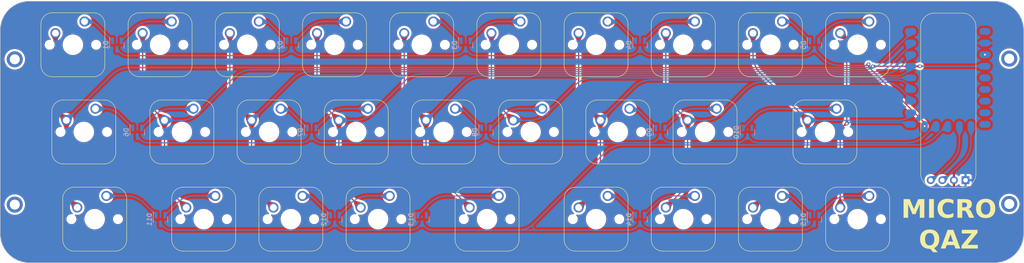
<source format=kicad_pcb>
(kicad_pcb (version 20221018) (generator pcbnew)
  (layers (0 "F.Cu" signal) (31 "B.Cu" signal) (34 "B.Paste" user) (35 "F.Paste" user) (36 "B.SilkS" user "B.Silkscreen") (37 "F.SilkS" user "F.Silkscreen") (38 "B.Mask" user) (39 "F.Mask" user) (44 "Edge.Cuts" user))
  (net 0 "")
  (net 1 "Net-(D1-A-Pad1)")
  (net 2 "Net-(D1-A-Pad2)")
  (net 3 "r0")
  (net 4 "Net-(D2-A-Pad1)")
  (net 5 "Net-(D2-A-Pad2)")
  (net 6 "Net-(D3-A-Pad1)")
  (net 7 "Net-(D3-A-Pad2)")
  (net 8 "Net-(D4-A-Pad1)")
  (net 9 "Net-(D4-A-Pad2)")
  (net 10 "Net-(D5-A-Pad1)")
  (net 11 "Net-(D5-A-Pad2)")
  (net 12 "Net-(D6-A-Pad1)")
  (net 13 "Net-(D6-A-Pad2)")
  (net 14 "r1")
  (net 15 "Net-(D7-A-Pad1)")
  (net 16 "Net-(D7-A-Pad2)")
  (net 17 "Net-(D8-A-Pad1)")
  (net 18 "Net-(D8-A-Pad2)")
  (net 19 "Net-(D9-A-Pad1)")
  (net 20 "Net-(D9-A-Pad2)")
  (net 21 "Net-(D10-A-Pad1)")
  (net 23 "Net-(D11-A-Pad1)")
  (net 24 "Net-(D11-A-Pad2)")
  (net 25 "r2")
  (net 26 "Net-(D12-A-Pad1)")
  (net 27 "Net-(D12-A-Pad2)")
  (net 28 "Net-(D13-A-Pad1)")
  (net 30 "Net-(D14-A-Pad1)")
  (net 31 "Net-(D15-A-Pad1)")
  (net 32 "Net-(D15-A-Pad2)")
  (net 33 "c0")
  (net 34 "c1")
  (net 35 "c2")
  (net 36 "c3")
  (net 37 "c4")
  (net 38 "c5")
  (net 39 "c6")
  (net 40 "c7")
  (net 41 "c8")
  (net 42 "c9")
  (net 43 "Net-(D14-A-Pad2)")
  (net 50 "scl")
  (net 51 "sda")
  (net 52 "+3.3V")
  (net 53 "GND")
  (footprint "MCU:SW_Cherry_MX_1.00u_PCB_fixed" (layer "F.Cu") (at 159.7025 70.739)
    (fp_text reference "SW24" hide)
    (fp_text value "SW_Push")
  )
  (footprint "MCU:SW_Cherry_MX_1.00u_PCB_fixed" (layer "F.Cu") (at 71.59625 51.689)
    (fp_text reference "SW11" hide)
    (fp_text value "SW_Push")
  )
  (footprint "MCU:SW_Cherry_MX_1.00u_PCB_fixed" (layer "F.Cu") (at 221.615 70.739)
    (fp_text reference "SW27" hide)
    (fp_text value "SW_Push")
  )
  (footprint "MCU:SW_Cherry_MX_1.00u_PCB_fixed" (layer "F.Cu") (at 233.52125 51.689)
    (fp_text reference "SW19" hide)
    (fp_text value "SW_Push")
  )
  (footprint "MCU:SW_Cherry_MX_1.00u_PCB_fixed" (layer "F.Cu") (at 97.79 70.739)
    (fp_text reference "SW21" hide)
    (fp_text value "SW_Push")
  )
  (footprint "MountingHole:MountingHole_2.2mm_M2_ISO7380_Pad" (layer "F.Cu") (at 271.25 72.5)
    (fp_text reference "REF**" hide)
    (fp_text value "MountingHole_2.2mm_M2_ISO7380_Pad" hide)
  )
  (footprint "MCU:SW_Cherry_MX_1.00u_PCB_fixed" (layer "F.Cu") (at 145.415 32.639)
    (fp_text reference "SW5" hide)
    (fp_text value "SW_Push")
  )
  (footprint "MCU:SW_Cherry_MX_1.00u_PCB_fixed" (layer "F.Cu") (at 183.515 32.639)
    (fp_text reference "SW7" hide)
    (fp_text value "SW_Push")
  )
  (footprint "MountingHole:MountingHole_2.2mm_M2_ISO7380_Pad" (layer "F.Cu") (at 53.975 72.644)
    (fp_text reference "REF**" hide)
    (fp_text value "MountingHole_2.2mm_M2_ISO7380_Pad" hide)
  )
  (footprint "MCU:SW_Cherry_MX_1.00u_PCB_fixed" (layer "F.Cu") (at 69.215 32.639)
    (fp_text reference "SW1" hide)
    (fp_text value "SW_Push")
  )
  (footprint "MCU:SW_Cherry_MX_1.00u_PCB_fixed" (layer "F.Cu") (at 202.565 70.739)
    (fp_text reference "SW26" hide)
    (fp_text value "SW_Push")
  )
  (footprint "MCU:SW_Cherry_MX_1.00u_PCB_fixed" (layer "F.Cu") (at 221.615 32.639)
    (fp_text reference "SW9" hide)
    (fp_text value "SW_Push")
  )
  (footprint "MCU:SW_Cherry_MX_1.00u_PCB_fixed" (layer "F.Cu") (at 207.3275 51.689)
    (fp_text reference "SW18" hide)
    (fp_text value "SW_Push")
  )
  (footprint "MCU:SW_Cherry_MX_1.00u_PCB_fixed" (layer "F.Cu") (at 112.0775 51.689)
    (fp_text reference "SW13" hide)
    (fp_text value "SW_Push")
  )
  (footprint "MCU:SW_Cherry_MX_1.00u_PCB_fixed" (layer "F.Cu") (at 88.265 32.639)
    (fp_text reference "SW2" hide)
    (fp_text value "SW_Push")
  )
  (footprint "MCU:SW_Cherry_MX_1.00u_PCB_fixed" (layer "F.Cu") (at 93.0275 51.689)
    (fp_text reference "SW12" hide)
    (fp_text value "SW_Push")
  )
  (footprint "MCU:SW_Cherry_MX_1.00u_PCB_fixed" (layer "F.Cu") (at 73.9775 70.739)
    (fp_text reference "SW20" hide)
    (fp_text value "SW_Push")
  )
  (footprint "MCU:SW_Cherry_MX_1.00u_PCB_fixed" (layer "F.Cu") (at 188.2775 51.689)
    (fp_text reference "SW17" hide)
    (fp_text value "SW_Push")
  )
  (footprint "MCU:OLED-128x32" (layer "F.Cu") (at 251.905 68.905 90)
    (fp_text reference "J1" hide)
    (fp_text value "OLED-128x32")
  )
  (footprint "MCU:SW_Cherry_MX_1.00u_PCB_fixed" (layer "F.Cu") (at 240.665 70.739)
    (fp_text reference "SW28" hide)
    (fp_text value "SW_Push")
  )
  (footprint "MCU:SW_Cherry_MX_1.00u_PCB_fixed" (layer "F.Cu") (at 240.665 32.639)
    (fp_text reference "SW10" hide)
    (fp_text value "SW_Push")
  )
  (footprint "MCU:SW_Cherry_MX_1.00u_PCB_fixed" (layer "F.Cu") (at 164.465 32.639)
    (fp_text reference "SW6" hide)
    (fp_text value "SW_Push")
  )
  (footprint "MountingHole:MountingHole_2.2mm_M2_ISO7380_Pad" (layer "F.Cu") (at 53.975 40.894)
    (fp_text reference "REF**" hide)
    (fp_text value "MountingHole_2.2mm_M2_ISO7380_Pad" hide)
  )
  (footprint "MCU:SW_Cherry_MX_1.00u_PCB_fixed" (layer "F.Cu") (at 169.2275 51.689)
    (fp_text reference "SW16" hide)
    (fp_text value "SW_Push")
  )
  (footprint "MCU:SW_Cherry_MX_1.00u_PCB_fixed" (layer "F.Cu") (at 131.1275 51.689)
    (fp_text reference "SW14" hide)
    (fp_text value "SW_Push")
  )
  (footprint "MountingHole:MountingHole_2.2mm_M2_ISO7380_Pad" (layer "F.Cu") (at 271.25 40.75)
    (fp_text reference "REF**" hide)
    (fp_text value "MountingHole_2.2mm_M2_ISO7380_Pad" hide)
  )
  (footprint "MCU:SW_Cherry_MX_1.00u_PCB_fixed" (layer "F.Cu") (at 116.84 70.739)
    (fp_text reference "SW22" hide)
    (fp_text value "SW_Push")
  )
  (footprint "MCU:SW_Cherry_MX_1.00u_PCB_fixed" (layer "F.Cu") (at 135.89 70.739)
    (fp_text reference "SW23" hide)
    (fp_text value "SW_Push")
  )
  (footprint "MCU:SW_Cherry_MX_1.00u_PCB_fixed" (layer "F.Cu") (at 107.315 32.639)
    (fp_text reference "SW3" hide)
    (fp_text value "SW_Push")
  )
  (footprint "MCU:SW_Cherry_MX_1.00u_PCB_fixed" (layer "F.Cu") (at 126.365 32.639)
    (fp_text reference "SW4" hide)
    (fp_text value "SW_Push")
  )
  (footprint "MCU:SW_Cherry_MX_1.00u_PCB_fixed" (layer "F.Cu") (at 202.565 32.639)
    (fp_text reference "SW8" hide)
    (fp_text value "SW_Push")
  )
  (footprint "MCU:SW_Cherry_MX_1.00u_PCB_fixed" (layer "F.Cu") (at 150.1775 51.689)
    (fp_text reference "SW15" hide)
    (fp_text value "SW_Push")
  )
  (footprint "MCU:SW_Cherry_MX_1.00u_PCB_fixed" (layer "F.Cu") (at 183.515 70.739)
    (fp_text reference "SW25" hide)
    (fp_text value "SW_Push")
  )
  (footprint "Package_TO_SOT_SMD:SOT-23" (layer "B.Cu") (at 118.83 56.8365 -90)
    (fp_text reference "D7")
    (fp_text value "BAV70")
  )
  (footprint "Package_TO_SOT_SMD:SOT-23" (layer "B.Cu") (at 142.955 75.8865 -90)
    (fp_text reference "D13")
    (fp_text value "BAV70")
  )
  (footprint "Package_TO_SOT_SMD:SOT-23" (layer "B.Cu") (at 114.38 37.7865 -90)
    (fp_text reference "D2")
    (fp_text value "BAV70")
  )
  (footprint "Package_TO_SOT_SMD:SOT-23" (layer "B.Cu") (at 123.905 75.8865 -90)
    (fp_text reference "D12")
    (fp_text value "BAV70")
  )
  (footprint "Package_TO_SOT_SMD:SOT-23" (layer "B.Cu") (at 190.585 75.8865 -90)
    (fp_text reference "D14")
    (fp_text value "BAV70")
  )
  (footprint "Package_TO_SOT_SMD:SOT-23" (layer "B.Cu") (at 156.93 56.8365 -90)
    (fp_text reference "D8")
    (fp_text value "BAV70")
  )
  (footprint "Package_TO_SOT_SMD:SOT-23" (layer "B.Cu") (at 214.075 56.8365 -90)
    (fp_text reference "D10")
    (fp_text value "BAV70")
  )
  (footprint "Package_TO_SOT_SMD:SOT-23" (layer "B.Cu") (at 228.685 75.8865 -90)
    (fp_text reference "D15")
    (fp_text value "BAV70")
  )
  (footprint "Package_TO_SOT_SMD:SOT-23" (layer "B.Cu") (at 228.685 37.7865 -90)
    (fp_text reference "D5")
    (fp_text value "BAV70")
  )
  (footprint "Package_TO_SOT_SMD:SOT-23" (layer "B.Cu") (at 80.73 56.8365 -90)
    (fp_text reference "D6")
    (fp_text value "BAV70")
  )
  (footprint "Package_TO_SOT_SMD:SOT-23" (layer "B.Cu") (at 76.28 37.7865 -90)
    (fp_text reference "D1")
    (fp_text value "BAV70")
  )
  (footprint "MCU:rp2040-zero-smd" (layer "B.Cu") (at 257.81 44.958 180)
    (fp_text reference "U1" hide)
    (fp_text value "rp2040-zero" hide)
  )
  (footprint "Package_TO_SOT_SMD:SOT-23" (layer "B.Cu") (at 195.03 56.8365 -90)
    (fp_text reference "D9")
    (fp_text value "BAV70")
  )
  (footprint "Package_TO_SOT_SMD:SOT-23" (layer "B.Cu") (at 85.805 75.8865 -90)
    (fp_text reference "D11")
    (fp_text value "BAV70")
  )
  (footprint "Package_TO_SOT_SMD:SOT-23" (layer "B.Cu") (at 190.585 37.7865 -90)
    (fp_text reference "D4")
    (fp_text value "BAV70")
  )
  (footprint "Package_TO_SOT_SMD:SOT-23" (layer "B.Cu") (at 152.485 37.7865 -90)
    (fp_text reference "D3")
    (fp_text value "BAV70")
  )
  (gr_line (start 274.401872 34.544) (end 274.401872 78.994) (stroke (width 0.1)) (layer "Edge.Cuts"))
  (gr_arc (start 57.15 85.344) (mid 52.659872 83.484128) (end 50.8 78.994) (stroke (width 0.1)) (layer "Edge.Cuts"))
  (gr_arc (start 268.051872 28.194) (mid 272.542018 30.053862) (end 274.401872 34.544) (stroke (width 0.1)) (layer "Edge.Cuts"))
  (gr_line (start 50.8 78.994) (end 50.8 34.544) (stroke (width 0.1)) (layer "Edge.Cuts"))
  (gr_line (start 57.15 28.194) (end 268.051872 28.194) (stroke (width 0.1)) (layer "Edge.Cuts"))
  (gr_arc (start 50.8 34.544) (mid 52.659872 30.053872) (end 57.15 28.194) (stroke (width 0.1)) (layer "Edge.Cuts"))
  (gr_arc (start 274.401872 78.994) (mid 272.541998 83.484118) (end 268.051872 85.344) (stroke (width 0.1)) (layer "Edge.Cuts"))
  (gr_line (start 268.051872 85.344) (end 57.15 85.344) (stroke (width 0.1)) (layer "Edge.Cuts"))
  (gr_text "MICRO\nQAZ" (at 258.064 77.216) (layer "F.SilkS") (effects (font (size 4 4) (thickness 0.5) bold)))
  (segment (start 71.793519 33.312519) (end 75.33 36.849) (width 0.25) (layer "B.Cu") (net 1))
  (segment (start 70.1675 32.639) (end 69.215 32.639) (width 0.25) (layer "B.Cu") (net 1))
  (arc (start 71.793519 33.312519) (mid 71.047495 32.814041) (end 70.1675 32.639) (width 0.25) (layer "B.Cu") (net 1))
  (segment (start 83.693963 32.639) (end 88.265 32.639) (width 0.25) (layer "B.Cu") (net 2))
  (segment (start 79.846207 34.232792) (end 77.23 36.849) (width 0.25) (layer "B.Cu") (net 2))
  (arc (start 83.693963 32.639) (mid 81.611572 33.053213) (end 79.846207 34.232792) (width 0.25) (layer "B.Cu") (net 2))
  (segment (start 252.75 55.5) (end 252.75 55.143052) (width 0.25) (layer "F.Cu") (net 3))
  (segment (start 240.695375 42.731479) (end 252.497599 54.533703) (width 0.25) (layer "F.Cu") (net 3))
  (segment (start 240.5 42.259802) (end 240.5 41.9835) (width 0.25) (layer "F.Cu") (net 3))
  (via (at 240.5 41.9835) (size 0.8) (drill 0.4) (layers "F.Cu" "B.Cu") (net 3))
  (via (at 252.75 55.5) (size 0.8) (drill 0.4) (layers "F.Cu" "B.Cu") (net 3))
  (arc (start 252.497599 54.533703) (mid 252.684403 54.813274) (end 252.75 55.143052) (width 0.25) (layer "F.Cu") (net 3))
  (arc (start 240.5 42.259802) (mid 240.550776 42.515071) (end 240.695375 42.731479) (width 0.25) (layer "F.Cu") (net 3))
  (segment (start 114.38 38.724) (end 113.695 39.409) (width 0.25) (layer "B.Cu") (net 3))
  (segment (start 228.759599 39.009599) (end 230.414207 40.664207) (width 0.25) (layer "B.Cu") (net 3))
  (segment (start 154.823736 40.094) (end 188.246263 40.094) (width 0.25) (layer "B.Cu") (net 3))
  (segment (start 76.965 39.409) (end 76.28 38.724) (width 0.25) (layer "B.Cu") (net 3))
  (segment (start 192.923736 40.094) (end 226.346263 40.094) (width 0.25) (layer "B.Cu") (net 3))
  (segment (start 114.38 38.724) (end 115.065 39.409) (width 0.25) (layer "B.Cu") (net 3))
  (segment (start 151.8 39.409) (end 152.485 38.724) (width 0.25) (layer "B.Cu") (net 3))
  (segment (start 190.585 38.724) (end 191.27 39.409) (width 0.25) (layer "B.Cu") (net 3))
  (segment (start 240.031399 42.258) (end 234.261963 42.258) (width 0.25) (layer "B.Cu") (net 3))
  (segment (start 228.6104 38.798599) (end 228 39.409) (width 0.25) (layer "B.Cu") (net 3))
  (segment (start 190.585 38.724) (end 189.9 39.409) (width 0.25) (layer "B.Cu") (net 3))
  (segment (start 150.146263 40.094) (end 116.718736 40.094) (width 0.25) (layer "B.Cu") (net 3))
  (segment (start 153.17 39.409) (end 152.485 38.724) (width 0.25) (layer "B.Cu") (net 3))
  (segment (start 78.618736 40.094) (end 112.041263 40.094) (width 0.25) (layer "B.Cu") (net 3))
  (segment (start 240.36275 42.12075) (end 240.5 41.9835) (width 0.25) (layer "B.Cu") (net 3))
  (arc (start 230.414207 40.664207) (mid 232.179572 41.843786) (end 234.261963 42.258) (width 0.25) (layer "B.Cu") (net 3))
  (arc (start 189.9 39.409) (mid 189.141259 39.915974) (end 188.246263 40.094) (width 0.25) (layer "B.Cu") (net 3))
  (arc (start 153.17 39.409) (mid 153.92874 39.915974) (end 154.823736 40.094) (width 0.25) (layer "B.Cu") (net 3))
  (arc (start 76.965 39.409) (mid 77.72374 39.915974) (end 78.618736 40.094) (width 0.25) (layer "B.Cu") (net 3))
  (arc (start 151.8 39.409) (mid 151.041259 39.915974) (end 150.146263 40.094) (width 0.25) (layer "B.Cu") (net 3))
  (arc (start 113.695 39.409) (mid 112.936259 39.915974) (end 112.041263 40.094) (width 0.25) (layer "B.Cu") (net 3))
  (arc (start 240.36275 42.12075) (mid 240.210724 42.222329) (end 240.031399 42.258) (width 0.25) (layer "B.Cu") (net 3))
  (arc (start 228 39.409) (mid 227.241259 39.915974) (end 226.346263 40.094) (width 0.25) (layer "B.Cu") (net 3))
  (arc (start 228.685 38.8295) (mid 228.704387 38.926969) (end 228.759599 39.009599) (width 0.25) (layer "B.Cu") (net 3))
  (arc (start 115.065 39.409) (mid 115.82374 39.915974) (end 116.718736 40.094) (width 0.25) (layer "B.Cu") (net 3))
  (arc (start 191.27 39.409) (mid 192.02874 39.915974) (end 192.923736 40.094) (width 0.25) (layer "B.Cu") (net 3))
  (arc (start 228.685 38.8295) (mid 228.658023 38.789126) (end 228.6104 38.798599) (width 0.25) (layer "B.Cu") (net 3))
  (segment (start 108.2675 32.639) (end 107.315 32.639) (width 0.25) (layer "B.Cu") (net 4))
  (segment (start 109.893519 33.312519) (end 113.43 36.849) (width 0.25) (layer "B.Cu") (net 4))
  (arc (start 109.893519 33.312519) (mid 109.147495 32.814041) (end 108.2675 32.639) (width 0.25) (layer "B.Cu") (net 4))
  (segment (start 117.946207 34.232792) (end 115.33 36.849) (width 0.25) (layer "B.Cu") (net 5))
  (segment (start 121.793963 32.639) (end 126.365 32.639) (width 0.25) (layer "B.Cu") (net 5))
  (arc (start 121.793963 32.639) (mid 119.711572 33.053213) (end 117.946207 34.232792) (width 0.25) (layer "B.Cu") (net 5))
  (segment (start 146.37 32.639) (end 145.415 32.639) (width 0.25) (layer "B.Cu") (net 6))
  (segment (start 148.000286 33.314286) (end 151.535 36.849) (width 0.25) (layer "B.Cu") (net 6))
  (arc (start 148.000286 33.314286) (mid 147.252304 32.814501) (end 146.37 32.639) (width 0.25) (layer "B.Cu") (net 6))
  (segment (start 156.051207 34.232792) (end 153.435 36.849) (width 0.25) (layer "B.Cu") (net 7))
  (segment (start 159.898963 32.639) (end 164.465 32.639) (width 0.25) (layer "B.Cu") (net 7))
  (arc (start 159.898963 32.639) (mid 157.816572 33.053213) (end 156.051207 34.232792) (width 0.25) (layer "B.Cu") (net 7))
  (segment (start 184.47 32.639) (end 183.515 32.639) (width 0.25) (layer "B.Cu") (net 8))
  (segment (start 186.100286 33.314286) (end 189.635 36.849) (width 0.25) (layer "B.Cu") (net 8))
  (arc (start 186.100286 33.314286) (mid 185.352304 32.814501) (end 184.47 32.639) (width 0.25) (layer "B.Cu") (net 8))
  (segment (start 194.151207 34.232792) (end 191.535 36.849) (width 0.25) (layer "B.Cu") (net 9))
  (segment (start 197.998963 32.639) (end 202.565 32.639) (width 0.25) (layer "B.Cu") (net 9))
  (arc (start 197.998963 32.639) (mid 195.916572 33.053213) (end 194.151207 34.232792) (width 0.25) (layer "B.Cu") (net 9))
  (segment (start 224.200286 33.314286) (end 227.735 36.849) (width 0.25) (layer "B.Cu") (net 10))
  (segment (start 222.57 32.639) (end 221.615 32.639) (width 0.25) (layer "B.Cu") (net 10))
  (arc (start 224.200286 33.314286) (mid 223.452304 32.814501) (end 222.57 32.639) (width 0.25) (layer "B.Cu") (net 10))
  (segment (start 235.463963 32.639) (end 240.665 32.639) (width 0.25) (layer "B.Cu") (net 11))
  (segment (start 229.635 36.5315) (end 229.635 36.849) (width 0.25) (layer "B.Cu") (net 11))
  (segment (start 231.616206 34.232792) (end 229.859506 35.989493) (width 0.25) (layer "B.Cu") (net 11))
  (arc (start 235.463963 32.639) (mid 233.381572 33.053213) (end 231.616206 34.232792) (width 0.25) (layer "B.Cu") (net 11))
  (arc (start 229.859506 35.989493) (mid 229.693347 36.238168) (end 229.635 36.5315) (width 0.25) (layer "B.Cu") (net 11))
  (segment (start 76.974932 53.093932) (end 79.78 55.899) (width 0.25) (layer "B.Cu") (net 12))
  (segment (start 73.583125 51.689) (end 71.59625 51.689) (width 0.25) (layer "B.Cu") (net 12))
  (arc (start 76.974932 53.093932) (mid 75.418757 52.054129) (end 73.583125 51.689) (width 0.25) (layer "B.Cu") (net 12))
  (segment (start 88.143963 51.689) (end 93.0275 51.689) (width 0.25) (layer "B.Cu") (net 13))
  (segment (start 84.296207 53.282792) (end 81.68 55.899) (width 0.25) (layer "B.Cu") (net 13))
  (arc (start 88.143963 51.689) (mid 86.061572 52.103213) (end 84.296207 53.282792) (width 0.25) (layer "B.Cu") (net 13))
  (segment (start 213.39 58.459) (end 214.075 57.774) (width 0.25) (layer "B.Cu") (net 14))
  (segment (start 248.990036 59.144) (end 216.413736 59.144) (width 0.25) (layer "B.Cu") (net 14))
  (segment (start 214.76 58.459) (end 214.075 57.774) (width 0.25) (layer "B.Cu") (net 14))
  (segment (start 118.145 58.459) (end 118.83 57.774) (width 0.25) (layer "B.Cu") (net 14))
  (segment (start 156.245 58.459) (end 156.93 57.774) (width 0.25) (layer "B.Cu") (net 14))
  (segment (start 81.415 58.459) (end 80.73 57.774) (width 0.25) (layer "B.Cu") (net 14))
  (segment (start 119.515 58.459) (end 118.83 57.774) (width 0.25) (layer "B.Cu") (net 14))
  (segment (start 194.345 58.459) (end 195.03 57.774) (width 0.25) (layer "B.Cu") (net 14))
  (segment (start 157.615 58.459) (end 156.93 57.774) (width 0.25) (layer "B.Cu") (net 14))
  (segment (start 116.491263 59.144) (end 83.068736 59.144) (width 0.25) (layer "B.Cu") (net 14))
  (segment (start 192.691263 59.144) (end 159.268736 59.144) (width 0.25) (layer "B.Cu") (net 14))
  (segment (start 195.715 58.459) (end 195.03 57.774) (width 0.25) (layer "B.Cu") (net 14))
  (segment (start 121.168736 59.144) (end 154.591263 59.144) (width 0.25) (layer "B.Cu") (net 14))
  (segment (start 197.368736 59.144) (end 211.736263 59.144) (width 0.25) (layer "B.Cu") (net 14))
  (segment (start 252.837792 57.550207) (end 255.27 55.118) (width 0.25) (layer "B.Cu") (net 14))
  (arc (start 195.715 58.459) (mid 196.47374 58.965974) (end 197.368736 59.144) (width 0.25) (layer "B.Cu") (net 14))
  (arc (start 252.837792 57.550207) (mid 251.072426 58.729786) (end 248.990036 59.144) (width 0.25) (layer "B.Cu") (net 14))
  (arc (start 81.415 58.459) (mid 82.17374 58.965974) (end 83.068736 59.144) (width 0.25) (layer "B.Cu") (net 14))
  (arc (start 157.615 58.459) (mid 158.37374 58.965974) (end 159.268736 59.144) (width 0.25) (layer "B.Cu") (net 14))
  (arc (start 214.76 58.459) (mid 215.51874 58.965974) (end 216.413736 59.144) (width 0.25) (layer "B.Cu") (net 14))
  (arc (start 194.345 58.459) (mid 193.586259 58.965974) (end 192.691263 59.144) (width 0.25) (layer "B.Cu") (net 14))
  (arc (start 118.145 58.459) (mid 117.386259 58.965974) (end 116.491263 59.144) (width 0.25) (layer "B.Cu") (net 14))
  (arc (start 156.245 58.459) (mid 155.486259 58.965974) (end 154.591263 59.144) (width 0.25) (layer "B.Cu") (net 14))
  (arc (start 213.39 58.459) (mid 212.631259 58.965974) (end 211.736263 59.144) (width 0.25) (layer "B.Cu") (net 14))
  (arc (start 119.515 58.459) (mid 120.27374 58.965974) (end 121.168736 59.144) (width 0.25) (layer "B.Cu") (net 14))
  (segment (start 114.233033 52.252033) (end 117.88 55.899) (width 0.25) (layer "B.Cu") (net 15))
  (segment (start 112.87375 51.689) (end 112.0775 51.689) (width 0.25) (layer "B.Cu") (net 15))
  (arc (start 114.233033 52.252033) (mid 113.609388 51.835327) (end 112.87375 51.689) (width 0.25) (layer "B.Cu") (net 15))
  (segment (start 126.243963 51.689) (end 131.1275 51.689) (width 0.25) (layer "B.Cu") (net 16))
  (segment (start 122.396207 53.282792) (end 119.78 55.899) (width 0.25) (layer "B.Cu") (net 16))
  (arc (start 126.243963 51.689) (mid 124.161572 52.103213) (end 122.396207 53.282792) (width 0.25) (layer "B.Cu") (net 16))
  (segment (start 150.97375 51.689) (end 150.1775 51.689) (width 0.25) (layer "B.Cu") (net 17))
  (segment (start 152.333033 52.252033) (end 155.98 55.899) (width 0.25) (layer "B.Cu") (net 17))
  (arc (start 152.333033 52.252033) (mid 151.709388 51.835327) (end 150.97375 51.689) (width 0.25) (layer "B.Cu") (net 17))
  (segment (start 164.343963 51.689) (end 169.2275 51.689) (width 0.25) (layer "B.Cu") (net 18))
  (segment (start 160.496207 53.282792) (end 157.88 55.899) (width 0.25) (layer "B.Cu") (net 18))
  (arc (start 164.343963 51.689) (mid 162.261572 52.103213) (end 160.496207 53.282792) (width 0.25) (layer "B.Cu") (net 18))
  (segment (start 190.433033 52.252033) (end 194.08 55.899) (width 0.25) (layer "B.Cu") (net 19))
  (segment (start 189.07375 51.689) (end 188.2775 51.689) (width 0.25) (layer "B.Cu") (net 19))
  (arc (start 190.433033 52.252033) (mid 189.809388 51.835327) (end 189.07375 51.689) (width 0.25) (layer "B.Cu") (net 19))
  (segment (start 202.443963 51.689) (end 207.3275 51.689) (width 0.25) (layer "B.Cu") (net 20))
  (segment (start 198.596207 53.282792) (end 195.98 55.899) (width 0.25) (layer "B.Cu") (net 20))
  (arc (start 202.443963 51.689) (mid 200.361572 52.103213) (end 198.596207 53.282792) (width 0.25) (layer "B.Cu") (net 20))
  (segment (start 219.588963 51.689) (end 233.52125 51.689) (width 0.25) (layer "B.Cu") (net 21))
  (segment (start 215.741207 53.282792) (end 213.125 55.899) (width 0.25) (layer "B.Cu") (net 21))
  (arc (start 219.588963 51.689) (mid 217.506572 52.103213) (end 215.741207 53.282792) (width 0.25) (layer "B.Cu") (net 21))
  (segment (start 78.391036 70.739) (end 73.9775 70.739) (width 0.25) (layer "B.Cu") (net 23))
  (segment (start 82.238792 72.332792) (end 84.855 74.949) (width 0.25) (layer "B.Cu") (net 23))
  (arc (start 82.238792 72.332792) (mid 80.473426 71.153213) (end 78.391036 70.739) (width 0.25) (layer "B.Cu") (net 23))
  (segment (start 89.371207 72.332792) (end 86.755 74.949) (width 0.25) (layer "B.Cu") (net 24))
  (segment (start 93.218963 70.739) (end 97.79 70.739) (width 0.25) (layer "B.Cu") (net 24))
  (arc (start 93.218963 70.739) (mid 91.136572 71.153213) (end 89.371207 72.332792) (width 0.25) (layer "B.Cu") (net 24))
  (segment (start 190.585 76.824) (end 191.27 77.509) (width 0.25) (layer "B.Cu") (net 25))
  (segment (start 228 77.509) (end 228.685 76.824) (width 0.25) (layer "B.Cu") (net 25))
  (segment (start 123.905 76.824) (end 123.22 77.509) (width 0.25) (layer "B.Cu") (net 25))
  (segment (start 189.9 77.509) (end 190.585 76.824) (width 0.25) (layer "B.Cu") (net 25))
  (segment (start 86.49 77.509) (end 85.805 76.824) (width 0.25) (layer "B.Cu") (net 25))
  (segment (start 254.927792 58.000207) (end 257.81 55.118) (width 0.25) (layer "B.Cu") (net 25))
  (segment (start 145.293736 78.194) (end 163.746036 78.194) (width 0.25) (layer "B.Cu") (net 25))
  (segment (start 124.59 77.509) (end 123.905 76.824) (width 0.25) (layer "B.Cu") (net 25))
  (segment (start 226.346263 78.194) (end 192.923736 78.194) (width 0.25) (layer "B.Cu") (net 25))
  (segment (start 121.566263 78.194) (end 88.143736 78.194) (width 0.25) (layer "B.Cu") (net 25))
  (segment (start 143.64 77.509) (end 142.955 76.824) (width 0.25) (layer "B.Cu") (net 25))
  (segment (start 168.343144 78.194) (end 188.246263 78.194) (width 0.25) (layer "B.Cu") (net 25))
  (segment (start 126.243736 78.194) (end 140.616263 78.194) (width 0.25) (layer "B.Cu") (net 25))
  (segment (start 251.080036 59.594) (end 186.853963 59.594) (width 0.25) (layer "B.Cu") (net 25))
  (segment (start 167.145451 77.048548) (end 183.006207 61.187792) (width 0.25) (layer "B.Cu") (net 25))
  (segment (start 168.343144 78.194) (end 163.746036 78.194) (width 0.25) (layer "B.Cu") (net 25))
  (segment (start 142.27 77.509) (end 142.955 76.824) (width 0.25) (layer "B.Cu") (net 25))
  (arc (start 189.9 77.509) (mid 189.141259 78.015974) (end 188.246263 78.194) (width 0.25) (layer "B.Cu") (net 25))
  (arc (start 124.59 77.509) (mid 125.34874 78.015974) (end 126.243736 78.194) (width 0.25) (layer "B.Cu") (net 25))
  (arc (start 191.27 77.509) (mid 192.02874 78.015974) (end 192.923736 78.194) (width 0.25) (layer "B.Cu") (net 25))
  (arc (start 142.27 77.509) (mid 141.511259 78.015974) (end 140.616263 78.194) (width 0.25) (layer "B.Cu") (net 25))
  (arc (start 186.853963 59.594) (mid 184.771572 60.008213) (end 183.006207 61.187792) (width 0.25) (layer "B.Cu") (net 25))
  (arc (start 163.746036 78.194) (mid 165.711906 77.896306) (end 167.145451 77.048548) (width 0.25) (layer "B.Cu") (net 25))
  (arc (start 143.64 77.509) (mid 144.39874 78.015974) (end 145.293736 78.194) (width 0.25) (layer "B.Cu") (net 25))
  (arc (start 86.49 77.509) (mid 87.24874 78.015974) (end 88.143736 78.194) (width 0.25) (layer "B.Cu") (net 25))
  (arc (start 254.927792 58.000207) (mid 253.162426 59.179786) (end 251.080036 59.594) (width 0.25) (layer "B.Cu") (net 25))
  (arc (start 167.145451 77.048548) (mid 167.26153 77.779786) (end 168.343144 78.194) (width 0.25) (layer "B.Cu") (net 25))
  (arc (start 123.22 77.509) (mid 122.461259 78.015974) (end 121.566263 78.194) (width 0.25) (layer "B.Cu") (net 25))
  (arc (start 228 77.509) (mid 227.241259 78.015974) (end 226.346263 78.194) (width 0.25) (layer "B.Cu") (net 25))
  (segment (start 117.7925 70.739) (end 116.84 70.739) (width 0.25) (layer "B.Cu") (net 26))
  (segment (start 119.418519 71.412519) (end 122.955 74.949) (width 0.25) (layer "B.Cu") (net 26))
  (arc (start 119.418519 71.412519) (mid 118.672495 70.914041) (end 117.7925 70.739) (width 0.25) (layer "B.Cu") (net 26))
  (segment (start 131.318963 70.739) (end 135.89 70.739) (width 0.25) (layer "B.Cu") (net 27))
  (segment (start 127.471207 72.332792) (end 124.855 74.949) (width 0.25) (layer "B.Cu") (net 27))
  (arc (start 131.318963 70.739) (mid 129.236572 71.153213) (end 127.471207 72.332792) (width 0.25) (layer "B.Cu") (net 27))
  (segment (start 144.621207 72.332792) (end 142.005 74.949) (width 0.25) (layer "B.Cu") (net 28))
  (segment (start 148.468963 70.739) (end 159.7025 70.739) (width 0.25) (layer "B.Cu") (net 28))
  (arc (start 148.468963 70.739) (mid 146.386572 71.153213) (end 144.621207 72.332792) (width 0.25) (layer "B.Cu") (net 28))
  (segment (start 186.100286 71.414286) (end 189.635 74.949) (width 0.25) (layer "B.Cu") (net 30))
  (segment (start 184.47 70.739) (end 183.515 70.739) (width 0.25) (layer "B.Cu") (net 30))
  (arc (start 186.100286 71.414286) (mid 185.352304 70.914501) (end 184.47 70.739) (width 0.25) (layer "B.Cu") (net 30))
  (segment (start 222.57 70.739) (end 221.615 70.739) (width 0.25) (layer "B.Cu") (net 31))
  (segment (start 224.200286 71.414286) (end 227.735 74.949) (width 0.25) (layer "B.Cu") (net 31))
  (arc (start 224.200286 71.414286) (mid 223.452304 70.914501) (end 222.57 70.739) (width 0.25) (layer "B.Cu") (net 31))
  (segment (start 236.098963 70.739) (end 240.665 70.739) (width 0.25) (layer "B.Cu") (net 32))
  (segment (start 232.251207 72.332792) (end 229.635 74.949) (width 0.25) (layer "B.Cu") (net 32))
  (arc (start 236.098963 70.739) (mid 234.016572 71.153213) (end 232.251207 72.332792) (width 0.25) (layer "B.Cu") (net 32))
  (segment (start 66.436875 72.088375) (end 67.6275 73.279) (width 0.25) (layer "F.Cu") (net 33))
  (segment (start 241.430451 42.42575) (end 241.422701 42.4335) (width 0.25) (layer "F.Cu") (net 33))
  (segment (start 241.449161 42.418) (end 241.554 42.418) (width 0.25) (layer "F.Cu") (net 33))
  (segment (start 62.865 50.163951) (end 62.865 35.179) (width 0.25) (layer "F.Cu") (net 33))
  (segment (start 251.714 42.418) (end 241.449161 42.418) (width 0.25) (layer "F.Cu") (net 33))
  (segment (start 64.055625 53.038375) (end 65.24625 54.229) (width 0.25) (layer "F.Cu") (net 33))
  (segment (start 65.24625 69.213951) (end 65.24625 54.229) (width 0.25) (layer "F.Cu") (net 33))
  (via (at 241.422701 42.4335) (size 0.8) (drill 0.4) (layers "F.Cu" "B.Cu") (net 33))
  (via (at 251.714 42.418) (size 0.8) (drill 0.4) (layers "F.Cu" "B.Cu") (net 33))
  (arc (start 241.449161 42.418) (mid 241.449161 42.418) (end 241.449161 42.418) (width 0.25) (layer "F.Cu") (net 33))
  (arc (start 241.449161 42.418) (mid 241.439035 42.420014) (end 241.430451 42.42575) (width 0.25) (layer "F.Cu") (net 33))
  (arc (start 62.865 50.163951) (mid 63.174433 51.719578) (end 64.055625 53.038375) (width 0.25) (layer "F.Cu") (net 33))
  (arc (start 241.430451 42.42575) (mid 241.439035 42.420014) (end 241.449161 42.418) (width 0.25) (layer "F.Cu") (net 33))
  (arc (start 65.24625 69.213951) (mid 65.555683 70.769578) (end 66.436875 72.088375) (width 0.25) (layer "F.Cu") (net 33))
  (segment (start 240.9541 42.708) (end 79.021213 42.708) (width 0.25) (layer "B.Cu") (net 33))
  (segment (start 251.714 42.418) (end 265.43 42.418) (width 0.25) (layer "B.Cu") (net 33))
  (segment (start 75.173457 44.301792) (end 65.24625 54.229) (width 0.25) (layer "B.Cu") (net 33))
  (segment (start 241.285451 42.57075) (end 241.422701 42.4335) (width 0.25) (layer "B.Cu") (net 33))
  (arc (start 79.021213 42.708) (mid 76.938822 43.122213) (end 75.173457 44.301792) (width 0.25) (layer "B.Cu") (net 33))
  (arc (start 241.285451 42.57075) (mid 241.133425 42.672329) (end 240.9541 42.708) (width 0.25) (layer "B.Cu") (net 33))
  (segment (start 88.271292 70.110292) (end 91.44 73.279) (width 0.25) (layer "F.Cu") (net 34))
  (segment (start 83.508792 51.060292) (end 86.6775 54.229) (width 0.25) (layer "F.Cu") (net 34))
  (segment (start 81.915 47.212536) (end 81.915 35.179) (width 0.25) (layer "F.Cu") (net 34))
  (segment (start 86.6775 66.262536) (end 86.6775 54.229) (width 0.25) (layer "F.Cu") (net 34))
  (arc (start 86.6775 66.262536) (mid 87.091713 68.344926) (end 88.271292 70.110292) (width 0.25) (layer "F.Cu") (net 34))
  (arc (start 81.915 47.212536) (mid 82.329213 49.294926) (end 83.508792 51.060292) (width 0.25) (layer "F.Cu") (net 34))
  (segment (start 239.576036 43.158) (end 105.827718 43.158) (width 0.25) (layer "B.Cu") (net 34))
  (segment (start 243.423792 41.564207) (end 250.19 34.798) (width 0.25) (layer "B.Cu") (net 34))
  (segment (start 94.096547 52.635207) (end 101.979962 44.751792) (width 0.25) (layer "B.Cu") (net 34))
  (segment (start 90.248791 54.229) (end 86.6775 54.229) (width 0.25) (layer "B.Cu") (net 34))
  (arc (start 94.096547 52.635207) (mid 92.331181 53.814786) (end 90.248791 54.229) (width 0.25) (layer "B.Cu") (net 34))
  (arc (start 243.423792 41.564207) (mid 241.658426 42.743786) (end 239.576036 43.158) (width 0.25) (layer "B.Cu") (net 34))
  (arc (start 105.827718 43.158) (mid 103.745327 43.572213) (end 101.979962 44.751792) (width 0.25) (layer "B.Cu") (net 34))
  (segment (start 105.7275 54.229) (end 105.7275 66.262536) (width 0.25) (layer "F.Cu") (net 35))
  (segment (start 107.321292 70.110292) (end 110.49 73.279) (width 0.25) (layer "F.Cu") (net 35))
  (segment (start 105.7275 54.229) (end 102.558792 51.060292) (width 0.25) (layer "F.Cu") (net 35))
  (segment (start 100.965 47.212536) (end 100.965 35.179) (width 0.25) (layer "F.Cu") (net 35))
  (arc (start 105.7275 66.262536) (mid 106.141713 68.344926) (end 107.321292 70.110292) (width 0.25) (layer "F.Cu") (net 35))
  (arc (start 100.965 47.212536) (mid 101.379213 49.294926) (end 102.558792 51.060292) (width 0.25) (layer "F.Cu") (net 35))
  (segment (start 114.754707 45.201792) (end 105.7275 54.229) (width 0.25) (layer "B.Cu") (net 35))
  (segment (start 245.513792 42.014207) (end 250.19 37.338) (width 0.25) (layer "B.Cu") (net 35))
  (segment (start 241.666036 43.608) (end 118.602463 43.608) (width 0.25) (layer "B.Cu") (net 35))
  (arc (start 245.513792 42.014207) (mid 243.748426 43.193786) (end 241.666036 43.608) (width 0.25) (layer "B.Cu") (net 35))
  (arc (start 118.602463 43.608) (mid 116.520072 44.022213) (end 114.754707 45.201792) (width 0.25) (layer "B.Cu") (net 35))
  (segment (start 121.608792 51.060292) (end 124.7775 54.229) (width 0.25) (layer "F.Cu") (net 36))
  (segment (start 126.371292 70.110292) (end 129.54 73.279) (width 0.25) (layer "F.Cu") (net 36))
  (segment (start 124.7775 66.262536) (end 124.7775 54.229) (width 0.25) (layer "F.Cu") (net 36))
  (segment (start 120.015 47.212536) (end 120.015 35.179) (width 0.25) (layer "F.Cu") (net 36))
  (arc (start 124.7775 66.262536) (mid 125.191713 68.344926) (end 126.371292 70.110292) (width 0.25) (layer "F.Cu") (net 36))
  (arc (start 120.015 47.212536) (mid 120.429213 49.294926) (end 121.608792 51.060292) (width 0.25) (layer "F.Cu") (net 36))
  (segment (start 132.196547 52.635207) (end 139.179962 45.651792) (width 0.25) (layer "B.Cu") (net 36))
  (segment (start 128.348791 54.229) (end 124.7775 54.229) (width 0.25) (layer "B.Cu") (net 36))
  (segment (start 247.603792 42.464207) (end 250.19 39.878) (width 0.25) (layer "B.Cu") (net 36))
  (segment (start 243.756036 44.058) (end 143.027718 44.058) (width 0.25) (layer "B.Cu") (net 36))
  (arc (start 143.027718 44.058) (mid 140.945327 44.472213) (end 139.179962 45.651792) (width 0.25) (layer "B.Cu") (net 36))
  (arc (start 132.196547 52.635207) (mid 130.431181 53.814786) (end 128.348791 54.229) (width 0.25) (layer "B.Cu") (net 36))
  (arc (start 247.603792 42.464207) (mid 245.838426 43.643786) (end 243.756036 44.058) (width 0.25) (layer "B.Cu") (net 36))
  (segment (start 140.658792 51.060292) (end 143.8275 54.229) (width 0.25) (layer "F.Cu") (net 37))
  (segment (start 139.065 47.212536) (end 139.065 35.179) (width 0.25) (layer "F.Cu") (net 37))
  (segment (start 143.8275 61.500036) (end 143.8275 54.229) (width 0.25) (layer "F.Cu") (net 37))
  (segment (start 145.421292 65.347792) (end 153.3525 73.279) (width 0.25) (layer "F.Cu") (net 37))
  (arc (start 139.065 47.212536) (mid 139.479213 49.294926) (end 140.658792 51.060292) (width 0.25) (layer "F.Cu") (net 37))
  (arc (start 143.8275 61.500036) (mid 144.241713 63.582426) (end 145.421292 65.347792) (width 0.25) (layer "F.Cu") (net 37))
  (segment (start 249.145 43.463) (end 250.19 42.418) (width 0.25) (layer "B.Cu") (net 37))
  (segment (start 155.802463 44.508) (end 246.622146 44.508) (width 0.25) (layer "B.Cu") (net 37))
  (segment (start 151.954707 46.101792) (end 143.8275 54.229) (width 0.25) (layer "B.Cu") (net 37))
  (arc (start 155.802463 44.508) (mid 153.720072 44.922213) (end 151.954707 46.101792) (width 0.25) (layer "B.Cu") (net 37))
  (arc (start 249.145 43.463) (mid 247.987504 44.236413) (end 246.622146 44.508) (width 0.25) (layer "B.Cu") (net 37))
  (segment (start 159.708792 51.060292) (end 162.8775 54.229) (width 0.25) (layer "F.Cu") (net 38))
  (segment (start 158.115 47.212536) (end 158.115 35.179) (width 0.25) (layer "F.Cu") (net 38))
  (arc (start 158.115 47.212536) (mid 158.529213 49.294926) (end 159.708792 51.060292) (width 0.25) (layer "F.Cu") (net 38))
  (segment (start 176.379962 46.551792) (end 170.296547 52.635207) (width 0.25) (layer "B.Cu") (net 38))
  (segment (start 166.448791 54.229) (end 162.8775 54.229) (width 0.25) (layer "B.Cu") (net 38))
  (segment (start 180.227718 44.958) (end 250.19 44.958) (width 0.25) (layer "B.Cu") (net 38))
  (arc (start 170.296547 52.635207) (mid 168.531181 53.814786) (end 166.448791 54.229) (width 0.25) (layer "B.Cu") (net 38))
  (arc (start 180.227718 44.958) (mid 178.145327 45.372213) (end 176.379962 46.551792) (width 0.25) (layer "B.Cu") (net 38))
  (segment (start 177.165 47.212536) (end 177.165 35.179) (width 0.25) (layer "F.Cu") (net 39))
  (segment (start 178.758792 51.060292) (end 181.9275 54.229) (width 0.25) (layer "F.Cu") (net 39))
  (segment (start 180.333707 70.110292) (end 177.165 73.279) (width 0.25) (layer "F.Cu") (net 39))
  (segment (start 181.9275 54.229) (end 181.9275 66.262536) (width 0.25) (layer "F.Cu") (net 39))
  (arc (start 181.9275 66.262536) (mid 181.513286 68.344926) (end 180.333707 70.110292) (width 0.25) (layer "F.Cu") (net 39))
  (arc (start 177.165 47.212536) (mid 177.579213 49.294926) (end 178.758792 51.060292) (width 0.25) (layer "F.Cu") (net 39))
  (segment (start 246.622146 45.408) (end 193.002463 45.408) (width 0.25) (layer "B.Cu") (net 39))
  (segment (start 249.145 46.453) (end 250.19 47.498) (width 0.25) (layer "B.Cu") (net 39))
  (segment (start 189.154707 47.001792) (end 181.9275 54.229) (width 0.25) (layer "B.Cu") (net 39))
  (arc (start 193.002463 45.408) (mid 190.920072 45.822213) (end 189.154707 47.001792) (width 0.25) (layer "B.Cu") (net 39))
  (arc (start 249.145 46.453) (mid 247.987504 45.679586) (end 246.622146 45.408) (width 0.25) (layer "B.Cu") (net 39))
  (segment (start 200.9775 54.229) (end 200.9775 66.262536) (width 0.25) (layer "F.Cu") (net 40))
  (segment (start 196.215 47.212536) (end 196.215 35.179) (width 0.25) (layer "F.Cu") (net 40))
  (segment (start 200.9775 54.229) (end 197.808792 51.060292) (width 0.25) (layer "F.Cu") (net 40))
  (segment (start 199.383707 70.110292) (end 196.215 73.279) (width 0.25) (layer "F.Cu") (net 40))
  (arc (start 196.215 47.212536) (mid 196.629213 49.294926) (end 197.808792 51.060292) (width 0.25) (layer "F.Cu") (net 40))
  (arc (start 200.9775 66.262536) (mid 200.563286 68.344926) (end 199.383707 70.110292) (width 0.25) (layer "F.Cu") (net 40))
  (segment (start 213.579962 47.451792) (end 208.396547 52.635207) (width 0.25) (layer "B.Cu") (net 40))
  (segment (start 217.427718 45.858) (end 243.756036 45.858) (width 0.25) (layer "B.Cu") (net 40))
  (segment (start 247.603792 47.451792) (end 250.19 50.038) (width 0.25) (layer "B.Cu") (net 40))
  (segment (start 204.548791 54.229) (end 200.9775 54.229) (width 0.25) (layer "B.Cu") (net 40))
  (arc (start 217.427718 45.858) (mid 215.345327 46.272213) (end 213.579962 47.451792) (width 0.25) (layer "B.Cu") (net 40))
  (arc (start 208.396547 52.635207) (mid 206.631181 53.814786) (end 204.548791 54.229) (width 0.25) (layer "B.Cu") (net 40))
  (arc (start 247.603792 47.451792) (mid 245.838426 46.272213) (end 243.756036 45.858) (width 0.25) (layer "B.Cu") (net 40))
  (segment (start 227.17125 59.118786) (end 227.17125 54.229) (width 0.25) (layer "F.Cu") (net 41))
  (segment (start 225.577457 62.966542) (end 215.265 73.279) (width 0.25) (layer "F.Cu") (net 41))
  (segment (start 215.265 40.068786) (end 215.265 35.179) (width 0.25) (layer "F.Cu") (net 41))
  (segment (start 216.858792 43.916542) (end 227.17125 54.229) (width 0.25) (layer "F.Cu") (net 41))
  (arc (start 215.265 40.068786) (mid 215.679213 42.151176) (end 216.858792 43.916542) (width 0.25) (layer "F.Cu") (net 41))
  (arc (start 227.17125 59.118786) (mid 226.757036 61.201176) (end 225.577457 62.966542) (width 0.25) (layer "F.Cu") (net 41))
  (segment (start 249.3645 53.4035) (end 250.19 52.578) (width 0.25) (layer "B.Cu") (net 41))
  (segment (start 247.371566 54.229) (end 227.17125 54.229) (width 0.25) (layer "B.Cu") (net 41))
  (arc (start 249.3645 53.4035) (mid 248.450134 54.014459) (end 247.371566 54.229) (width 0.25) (layer "B.Cu") (net 41))
  (segment (start 235.635919 54.9535) (end 235.75 54.9535) (width 0.25) (layer "F.Cu") (net 42))
  (segment (start 235.75 37.628698) (end 235.75 54.9535) (width 0.25) (layer "F.Cu") (net 42))
  (segment (start 234.918418 55.556918) (end 235.44117 55.034167) (width 0.25) (layer "F.Cu") (net 42))
  (segment (start 235.0325 35.8965) (end 234.315 35.179) (width 0.25) (layer "F.Cu") (net 42))
  (segment (start 234.315 57.013701) (end 234.315 73.279) (width 0.25) (layer "F.Cu") (net 42))
  (via (at 235.75 54.9535) (size 0.8) (drill 0.4) (layers "F.Cu" "B.Cu") (net 42))
  (arc (start 235.635919 54.9535) (mid 235.530521 54.974464) (end 235.44117 55.034167) (width 0.25) (layer "F.Cu") (net 42))
  (arc (start 235.0325 35.8965) (mid 235.563527 36.691239) (end 235.75 37.628698) (width 0.25) (layer "F.Cu") (net 42))
  (arc (start 234.918418 55.556918) (mid 234.471823 56.225296) (end 234.315 57.013701) (width 0.25) (layer "F.Cu") (net 42))
  (segment (start 236.2186 54.679) (end 249.44058 54.679) (width 0.25) (layer "B.Cu") (net 42))
  (segment (start 235.88725 54.81625) (end 235.75 54.9535) (width 0.25) (layer "B.Cu") (net 42))
  (segment (start 249.9705 54.8985) (end 250.19 55.118) (width 0.25) (layer "B.Cu") (net 42))
  (arc (start 249.9705 54.8985) (mid 249.72737 54.736046) (end 249.44058 54.679) (width 0.25) (layer "B.Cu") (net 42))
  (arc (start 236.2186 54.679) (mid 236.039274 54.71467) (end 235.88725 54.81625) (width 0.25) (layer "B.Cu") (net 42))
  (segment (start 194.151207 72.332792) (end 191.535 74.949) (width 0.25) (layer "B.Cu") (net 43))
  (segment (start 197.998963 70.739) (end 202.565 70.739) (width 0.25) (layer "B.Cu") (net 43))
  (arc (start 197.998963 70.739) (mid 195.916572 71.153213) (end 194.151207 72.332792) (width 0.25) (layer "B.Cu") (net 43))
  (segment (start 261.296207 63.052792) (end 256.625 67.724) (width 0.25) (layer "B.Cu") (net 50))
  (segment (start 262.89 59.205036) (end 262.89 55.118) (width 0.25) (layer "B.Cu") (net 50))
  (arc (start 262.89 59.205036) (mid 262.475786 61.287426) (end 261.296207 63.052792) (width 0.25) (layer "B.Cu") (net 50))
  (segment (start 258.756207 63.052792) (end 254.085 67.724) (width 0.25) (layer "B.Cu") (net 51))
  (segment (start 260.35 59.205036) (end 260.35 55.118) (width 0.25) (layer "B.Cu") (net 51))
  (arc (start 260.35 59.205036) (mid 259.935786 61.287426) (end 258.756207 63.052792) (width 0.25) (layer "B.Cu") (net 51))
  (via (at 265.938 39.878) (size 0.8) (drill 0.4) (layers "F.Cu" "B.Cu") (net 52))
  (zone (net 52) (net_name "+3.3V") (layer "F.Cu") (connect_pads (clearance 0.5)) (min_thickness 0.25) (fill yes (thermal_gap 0.5) (thermal_bridge_width 0.5) (island_removal_mode 1) (island_area_min 10))
    (polygon (pts (xy 50.8 28.194) (xy 50.8 85.344) (xy 274.474 85.344) (xy 274.474 28.194)))
  )
  (zone (net 53) (net_name "GND") (layer "B.Cu") (priority 1) (connect_pads (clearance 0.5)) (min_thickness 0.25) (fill yes (thermal_gap 0.5) (thermal_bridge_width 0.5) (island_removal_mode 1) (island_area_min 10))
    (polygon (pts (xy 274.32 28.194) (xy 274.32 85.344) (xy 50.8 85.344) (xy 50.8 27.94)))
  )
)
</source>
